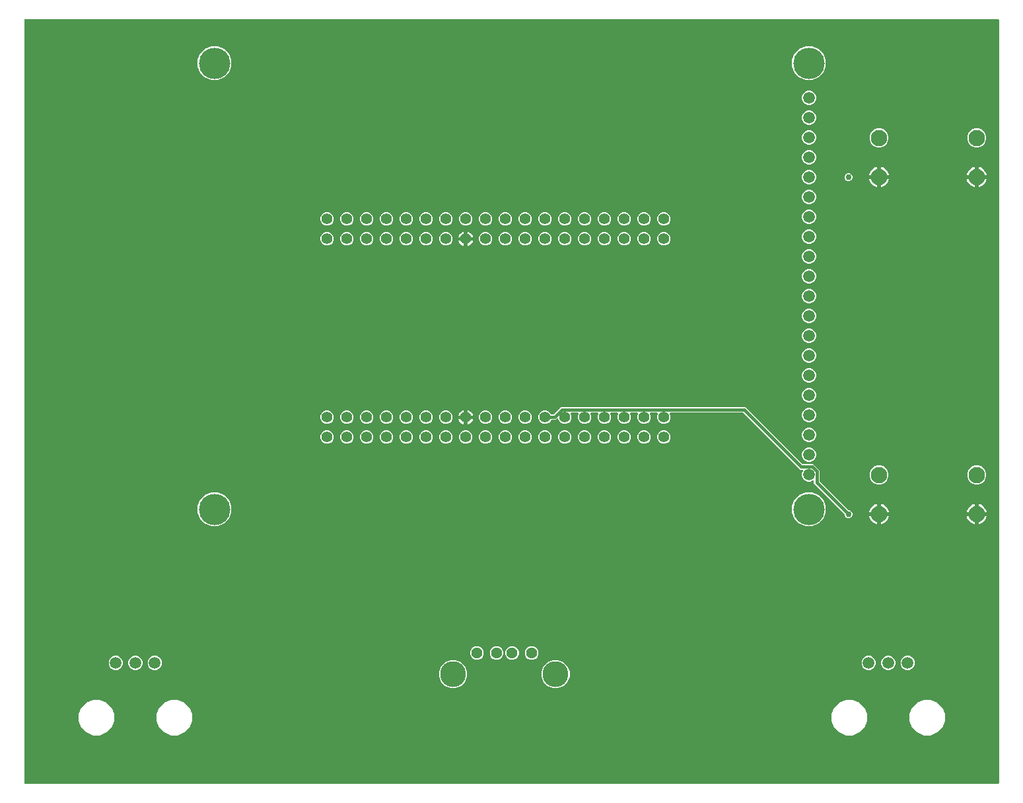
<source format=gbr>
G04 EAGLE Gerber RS-274X export*
G75*
%MOMM*%
%FSLAX34Y34*%
%LPD*%
%INCopper Layer 2*%
%IPPOS*%
%AMOC8*
5,1,8,0,0,1.08239X$1,22.5*%
G01*
%ADD10C,1.428000*%
%ADD11C,3.316000*%
%ADD12C,1.508000*%
%ADD13C,2.100000*%
%ADD14C,4.016000*%
%ADD15C,1.397000*%
%ADD16C,0.756400*%
%ADD17C,0.381000*%

G36*
X1258488Y10176D02*
X1258488Y10176D01*
X1258607Y10183D01*
X1258645Y10196D01*
X1258686Y10201D01*
X1258796Y10244D01*
X1258909Y10281D01*
X1258944Y10303D01*
X1258981Y10318D01*
X1259077Y10387D01*
X1259178Y10451D01*
X1259206Y10481D01*
X1259239Y10504D01*
X1259315Y10596D01*
X1259396Y10683D01*
X1259416Y10718D01*
X1259441Y10749D01*
X1259492Y10857D01*
X1259550Y10961D01*
X1259560Y11001D01*
X1259577Y11037D01*
X1259599Y11154D01*
X1259629Y11269D01*
X1259633Y11329D01*
X1259637Y11349D01*
X1259635Y11370D01*
X1259639Y11430D01*
X1259639Y988570D01*
X1259624Y988688D01*
X1259617Y988807D01*
X1259604Y988845D01*
X1259599Y988886D01*
X1259556Y988996D01*
X1259519Y989109D01*
X1259497Y989144D01*
X1259482Y989181D01*
X1259413Y989277D01*
X1259349Y989378D01*
X1259319Y989406D01*
X1259296Y989439D01*
X1259204Y989515D01*
X1259117Y989596D01*
X1259082Y989616D01*
X1259051Y989641D01*
X1258943Y989692D01*
X1258839Y989750D01*
X1258799Y989760D01*
X1258763Y989777D01*
X1258646Y989799D01*
X1258531Y989829D01*
X1258471Y989833D01*
X1258451Y989837D01*
X1258430Y989835D01*
X1258370Y989839D01*
X11430Y989839D01*
X11312Y989824D01*
X11193Y989817D01*
X11155Y989804D01*
X11114Y989799D01*
X11004Y989756D01*
X10891Y989719D01*
X10856Y989697D01*
X10819Y989682D01*
X10723Y989613D01*
X10622Y989549D01*
X10594Y989519D01*
X10561Y989496D01*
X10485Y989404D01*
X10404Y989317D01*
X10384Y989282D01*
X10359Y989251D01*
X10308Y989143D01*
X10250Y989039D01*
X10240Y988999D01*
X10223Y988963D01*
X10201Y988846D01*
X10171Y988731D01*
X10167Y988671D01*
X10163Y988651D01*
X10165Y988630D01*
X10161Y988570D01*
X10161Y11430D01*
X10176Y11312D01*
X10183Y11193D01*
X10196Y11155D01*
X10201Y11114D01*
X10244Y11004D01*
X10281Y10891D01*
X10303Y10856D01*
X10318Y10819D01*
X10387Y10723D01*
X10451Y10622D01*
X10481Y10594D01*
X10504Y10561D01*
X10596Y10485D01*
X10683Y10404D01*
X10718Y10384D01*
X10749Y10359D01*
X10857Y10308D01*
X10961Y10250D01*
X11001Y10240D01*
X11037Y10223D01*
X11154Y10201D01*
X11269Y10171D01*
X11329Y10167D01*
X11349Y10163D01*
X11370Y10165D01*
X11430Y10161D01*
X1258370Y10161D01*
X1258488Y10176D01*
G37*
%LPC*%
G36*
X1065744Y350293D02*
X1065744Y350293D01*
X1063794Y351101D01*
X1062301Y352594D01*
X1061493Y354544D01*
X1061493Y355531D01*
X1061481Y355629D01*
X1061478Y355728D01*
X1061461Y355786D01*
X1061453Y355846D01*
X1061417Y355938D01*
X1061389Y356033D01*
X1061359Y356086D01*
X1061336Y356142D01*
X1061278Y356222D01*
X1061228Y356307D01*
X1061162Y356383D01*
X1061150Y356399D01*
X1061140Y356407D01*
X1061122Y356428D01*
X1022396Y395153D01*
X1022396Y397338D01*
X1022390Y397388D01*
X1022392Y397437D01*
X1022370Y397545D01*
X1022356Y397654D01*
X1022338Y397700D01*
X1022328Y397749D01*
X1022280Y397847D01*
X1022239Y397949D01*
X1022210Y397990D01*
X1022188Y398034D01*
X1022117Y398118D01*
X1022053Y398207D01*
X1022014Y398239D01*
X1021982Y398276D01*
X1021892Y398340D01*
X1021808Y398410D01*
X1021763Y398431D01*
X1021722Y398459D01*
X1021619Y398498D01*
X1021520Y398545D01*
X1021471Y398554D01*
X1021425Y398572D01*
X1021315Y398584D01*
X1021208Y398605D01*
X1021158Y398602D01*
X1021109Y398607D01*
X1021000Y398592D01*
X1020890Y398585D01*
X1020843Y398570D01*
X1020794Y398563D01*
X1020641Y398511D01*
X1017803Y397335D01*
X1014197Y397335D01*
X1010865Y398715D01*
X1008315Y401265D01*
X1006935Y404597D01*
X1006935Y408203D01*
X1008111Y411041D01*
X1008124Y411089D01*
X1008145Y411134D01*
X1008166Y411242D01*
X1008195Y411348D01*
X1008196Y411398D01*
X1008205Y411447D01*
X1008198Y411556D01*
X1008200Y411666D01*
X1008188Y411714D01*
X1008185Y411764D01*
X1008151Y411868D01*
X1008126Y411975D01*
X1008102Y412019D01*
X1008087Y412066D01*
X1008028Y412159D01*
X1007977Y412256D01*
X1007944Y412293D01*
X1007917Y412335D01*
X1007837Y412410D01*
X1007763Y412492D01*
X1007722Y412519D01*
X1007685Y412553D01*
X1007589Y412606D01*
X1007497Y412666D01*
X1007450Y412683D01*
X1007407Y412707D01*
X1007301Y412734D01*
X1007197Y412770D01*
X1007147Y412774D01*
X1007099Y412786D01*
X1006938Y412796D01*
X1004753Y412796D01*
X932280Y485270D01*
X932202Y485330D01*
X932130Y485398D01*
X932077Y485427D01*
X932029Y485464D01*
X931938Y485504D01*
X931851Y485552D01*
X931793Y485567D01*
X931737Y485591D01*
X931639Y485606D01*
X931543Y485631D01*
X931443Y485637D01*
X931423Y485641D01*
X931411Y485639D01*
X931383Y485641D01*
X838591Y485641D01*
X838542Y485635D01*
X838492Y485637D01*
X838385Y485615D01*
X838275Y485601D01*
X838229Y485583D01*
X838181Y485573D01*
X838082Y485525D01*
X837980Y485484D01*
X837940Y485455D01*
X837895Y485433D01*
X837811Y485362D01*
X837722Y485298D01*
X837691Y485259D01*
X837653Y485227D01*
X837590Y485137D01*
X837520Y485053D01*
X837498Y485008D01*
X837470Y484967D01*
X837431Y484864D01*
X837384Y484765D01*
X837375Y484716D01*
X837357Y484670D01*
X837345Y484560D01*
X837324Y484453D01*
X837327Y484403D01*
X837322Y484354D01*
X837337Y484245D01*
X837344Y484135D01*
X837359Y484088D01*
X837366Y484039D01*
X837418Y483886D01*
X838410Y481493D01*
X838410Y478107D01*
X837114Y474980D01*
X834720Y472586D01*
X831593Y471290D01*
X828207Y471290D01*
X825080Y472586D01*
X822686Y474980D01*
X821390Y478107D01*
X821390Y481493D01*
X822382Y483886D01*
X822395Y483934D01*
X822416Y483979D01*
X822437Y484087D01*
X822466Y484193D01*
X822466Y484243D01*
X822476Y484292D01*
X822469Y484401D01*
X822471Y484511D01*
X822459Y484559D01*
X822456Y484609D01*
X822422Y484713D01*
X822397Y484820D01*
X822373Y484864D01*
X822358Y484911D01*
X822299Y485004D01*
X822248Y485101D01*
X822214Y485138D01*
X822188Y485180D01*
X822108Y485255D01*
X822034Y485337D01*
X821992Y485364D01*
X821956Y485398D01*
X821860Y485451D01*
X821768Y485511D01*
X821721Y485528D01*
X821678Y485552D01*
X821571Y485579D01*
X821467Y485615D01*
X821418Y485619D01*
X821370Y485631D01*
X821209Y485641D01*
X813191Y485641D01*
X813142Y485635D01*
X813092Y485637D01*
X812985Y485615D01*
X812875Y485601D01*
X812829Y485583D01*
X812781Y485573D01*
X812682Y485525D01*
X812580Y485484D01*
X812540Y485455D01*
X812495Y485433D01*
X812411Y485362D01*
X812322Y485298D01*
X812291Y485259D01*
X812253Y485227D01*
X812190Y485137D01*
X812120Y485053D01*
X812098Y485008D01*
X812070Y484967D01*
X812031Y484864D01*
X811984Y484765D01*
X811975Y484716D01*
X811957Y484670D01*
X811945Y484560D01*
X811924Y484453D01*
X811927Y484403D01*
X811922Y484354D01*
X811937Y484245D01*
X811944Y484135D01*
X811959Y484088D01*
X811966Y484039D01*
X812018Y483886D01*
X813010Y481493D01*
X813010Y478107D01*
X811714Y474980D01*
X809320Y472586D01*
X806193Y471290D01*
X802807Y471290D01*
X799680Y472586D01*
X797286Y474980D01*
X795990Y478107D01*
X795990Y481493D01*
X796982Y483886D01*
X796995Y483934D01*
X797016Y483979D01*
X797037Y484087D01*
X797066Y484193D01*
X797066Y484243D01*
X797076Y484292D01*
X797069Y484401D01*
X797071Y484511D01*
X797059Y484559D01*
X797056Y484609D01*
X797022Y484713D01*
X796997Y484820D01*
X796973Y484864D01*
X796958Y484911D01*
X796899Y485004D01*
X796848Y485101D01*
X796814Y485138D01*
X796788Y485180D01*
X796708Y485255D01*
X796634Y485337D01*
X796592Y485364D01*
X796556Y485398D01*
X796460Y485451D01*
X796368Y485511D01*
X796321Y485528D01*
X796278Y485552D01*
X796171Y485579D01*
X796067Y485615D01*
X796018Y485619D01*
X795970Y485631D01*
X795809Y485641D01*
X787791Y485641D01*
X787742Y485635D01*
X787692Y485637D01*
X787585Y485615D01*
X787475Y485601D01*
X787429Y485583D01*
X787381Y485573D01*
X787282Y485525D01*
X787180Y485484D01*
X787140Y485455D01*
X787095Y485433D01*
X787011Y485362D01*
X786922Y485298D01*
X786891Y485259D01*
X786853Y485227D01*
X786790Y485137D01*
X786720Y485053D01*
X786698Y485008D01*
X786670Y484967D01*
X786631Y484864D01*
X786584Y484765D01*
X786575Y484716D01*
X786557Y484670D01*
X786545Y484560D01*
X786524Y484453D01*
X786527Y484403D01*
X786522Y484354D01*
X786537Y484245D01*
X786544Y484135D01*
X786559Y484088D01*
X786566Y484039D01*
X786618Y483886D01*
X787610Y481493D01*
X787610Y478107D01*
X786314Y474980D01*
X783920Y472586D01*
X780793Y471290D01*
X777407Y471290D01*
X774280Y472586D01*
X771886Y474980D01*
X770590Y478107D01*
X770590Y481493D01*
X771582Y483886D01*
X771595Y483934D01*
X771616Y483979D01*
X771637Y484087D01*
X771666Y484193D01*
X771666Y484243D01*
X771676Y484292D01*
X771669Y484401D01*
X771671Y484511D01*
X771659Y484559D01*
X771656Y484609D01*
X771622Y484713D01*
X771597Y484820D01*
X771573Y484864D01*
X771558Y484911D01*
X771499Y485004D01*
X771448Y485101D01*
X771414Y485138D01*
X771388Y485180D01*
X771308Y485255D01*
X771234Y485337D01*
X771192Y485364D01*
X771156Y485398D01*
X771060Y485451D01*
X770968Y485511D01*
X770921Y485528D01*
X770878Y485552D01*
X770771Y485579D01*
X770667Y485615D01*
X770618Y485619D01*
X770570Y485631D01*
X770409Y485641D01*
X762391Y485641D01*
X762342Y485635D01*
X762292Y485637D01*
X762185Y485615D01*
X762075Y485601D01*
X762029Y485583D01*
X761981Y485573D01*
X761882Y485525D01*
X761780Y485484D01*
X761740Y485455D01*
X761695Y485433D01*
X761611Y485362D01*
X761522Y485298D01*
X761491Y485259D01*
X761453Y485227D01*
X761390Y485137D01*
X761320Y485053D01*
X761298Y485008D01*
X761270Y484967D01*
X761231Y484864D01*
X761184Y484765D01*
X761175Y484716D01*
X761157Y484670D01*
X761145Y484560D01*
X761124Y484453D01*
X761127Y484403D01*
X761122Y484354D01*
X761137Y484245D01*
X761144Y484135D01*
X761159Y484088D01*
X761166Y484039D01*
X761218Y483886D01*
X762210Y481493D01*
X762210Y478107D01*
X760914Y474980D01*
X758520Y472586D01*
X755393Y471290D01*
X752007Y471290D01*
X748880Y472586D01*
X746486Y474980D01*
X745190Y478107D01*
X745190Y481493D01*
X746182Y483886D01*
X746195Y483934D01*
X746216Y483979D01*
X746237Y484087D01*
X746266Y484193D01*
X746266Y484243D01*
X746276Y484292D01*
X746269Y484401D01*
X746271Y484511D01*
X746259Y484559D01*
X746256Y484609D01*
X746222Y484713D01*
X746197Y484820D01*
X746173Y484864D01*
X746158Y484911D01*
X746099Y485004D01*
X746048Y485101D01*
X746014Y485138D01*
X745988Y485180D01*
X745908Y485255D01*
X745834Y485337D01*
X745792Y485364D01*
X745756Y485398D01*
X745660Y485451D01*
X745568Y485511D01*
X745521Y485528D01*
X745478Y485552D01*
X745371Y485579D01*
X745267Y485615D01*
X745218Y485619D01*
X745170Y485631D01*
X745009Y485641D01*
X736991Y485641D01*
X736942Y485635D01*
X736892Y485637D01*
X736785Y485615D01*
X736675Y485601D01*
X736629Y485583D01*
X736581Y485573D01*
X736482Y485525D01*
X736380Y485484D01*
X736340Y485455D01*
X736295Y485433D01*
X736211Y485362D01*
X736122Y485298D01*
X736091Y485259D01*
X736053Y485227D01*
X735990Y485137D01*
X735920Y485053D01*
X735898Y485008D01*
X735870Y484967D01*
X735831Y484864D01*
X735784Y484765D01*
X735775Y484716D01*
X735757Y484670D01*
X735745Y484560D01*
X735724Y484453D01*
X735727Y484403D01*
X735722Y484354D01*
X735737Y484245D01*
X735744Y484135D01*
X735759Y484088D01*
X735766Y484039D01*
X735818Y483886D01*
X736810Y481493D01*
X736810Y478107D01*
X735514Y474980D01*
X733120Y472586D01*
X729993Y471290D01*
X726607Y471290D01*
X723480Y472586D01*
X721086Y474980D01*
X719790Y478107D01*
X719790Y481493D01*
X720782Y483886D01*
X720795Y483934D01*
X720816Y483979D01*
X720837Y484087D01*
X720866Y484193D01*
X720866Y484243D01*
X720876Y484292D01*
X720869Y484401D01*
X720871Y484511D01*
X720859Y484559D01*
X720856Y484609D01*
X720822Y484713D01*
X720797Y484820D01*
X720773Y484864D01*
X720758Y484911D01*
X720699Y485004D01*
X720648Y485101D01*
X720614Y485138D01*
X720588Y485180D01*
X720508Y485255D01*
X720434Y485337D01*
X720392Y485364D01*
X720356Y485398D01*
X720260Y485451D01*
X720168Y485511D01*
X720121Y485528D01*
X720078Y485552D01*
X719971Y485579D01*
X719867Y485615D01*
X719818Y485619D01*
X719770Y485631D01*
X719609Y485641D01*
X711591Y485641D01*
X711542Y485635D01*
X711492Y485637D01*
X711385Y485615D01*
X711275Y485601D01*
X711229Y485583D01*
X711181Y485573D01*
X711082Y485525D01*
X710980Y485484D01*
X710940Y485455D01*
X710895Y485433D01*
X710811Y485362D01*
X710722Y485298D01*
X710691Y485259D01*
X710653Y485227D01*
X710590Y485137D01*
X710520Y485053D01*
X710498Y485008D01*
X710470Y484967D01*
X710431Y484864D01*
X710384Y484765D01*
X710375Y484716D01*
X710357Y484670D01*
X710345Y484560D01*
X710324Y484453D01*
X710327Y484403D01*
X710322Y484354D01*
X710337Y484245D01*
X710344Y484135D01*
X710359Y484088D01*
X710366Y484039D01*
X710418Y483886D01*
X711410Y481493D01*
X711410Y478107D01*
X710114Y474980D01*
X707720Y472586D01*
X704593Y471290D01*
X701207Y471290D01*
X698080Y472586D01*
X695686Y474980D01*
X694694Y477373D01*
X694670Y477416D01*
X694653Y477463D01*
X694591Y477554D01*
X694537Y477649D01*
X694502Y477685D01*
X694474Y477726D01*
X694392Y477799D01*
X694316Y477878D01*
X694273Y477904D01*
X694236Y477937D01*
X694138Y477987D01*
X694044Y478044D01*
X693997Y478059D01*
X693953Y478081D01*
X693845Y478105D01*
X693740Y478138D01*
X693691Y478140D01*
X693642Y478151D01*
X693533Y478148D01*
X693423Y478153D01*
X693374Y478143D01*
X693324Y478141D01*
X693219Y478111D01*
X693111Y478089D01*
X693067Y478067D01*
X693019Y478053D01*
X692924Y477997D01*
X692826Y477949D01*
X692788Y477917D01*
X692745Y477891D01*
X692624Y477785D01*
X691209Y476370D01*
X686138Y476370D01*
X686109Y476367D01*
X686080Y476369D01*
X685951Y476347D01*
X685823Y476330D01*
X685795Y476320D01*
X685766Y476315D01*
X685648Y476261D01*
X685527Y476213D01*
X685503Y476196D01*
X685476Y476184D01*
X685375Y476103D01*
X685270Y476027D01*
X685251Y476004D01*
X685228Y475985D01*
X685150Y475882D01*
X685067Y475782D01*
X685054Y475755D01*
X685037Y475731D01*
X684966Y475587D01*
X684714Y474980D01*
X682320Y472586D01*
X679193Y471290D01*
X675807Y471290D01*
X672680Y472586D01*
X670286Y474980D01*
X668990Y478107D01*
X668990Y481493D01*
X670286Y484620D01*
X672680Y487014D01*
X675807Y488310D01*
X679193Y488310D01*
X682320Y487014D01*
X684714Y484620D01*
X684966Y484013D01*
X684980Y483988D01*
X684989Y483960D01*
X685059Y483850D01*
X685123Y483737D01*
X685144Y483716D01*
X685160Y483691D01*
X685254Y483602D01*
X685345Y483509D01*
X685370Y483493D01*
X685391Y483473D01*
X685505Y483410D01*
X685616Y483342D01*
X685644Y483334D01*
X685670Y483319D01*
X685795Y483287D01*
X685920Y483249D01*
X685949Y483247D01*
X685978Y483240D01*
X686138Y483230D01*
X687842Y483230D01*
X687941Y483242D01*
X688040Y483245D01*
X688098Y483262D01*
X688158Y483270D01*
X688250Y483306D01*
X688345Y483334D01*
X688397Y483364D01*
X688454Y483387D01*
X688534Y483445D01*
X688619Y483495D01*
X688694Y483561D01*
X688711Y483573D01*
X688719Y483583D01*
X688740Y483601D01*
X697639Y492501D01*
X934750Y492501D01*
X1007223Y420027D01*
X1007301Y419967D01*
X1007373Y419899D01*
X1007426Y419870D01*
X1007474Y419833D01*
X1007565Y419793D01*
X1007652Y419745D01*
X1007710Y419730D01*
X1007766Y419706D01*
X1007864Y419691D01*
X1007960Y419666D01*
X1008060Y419660D01*
X1008080Y419656D01*
X1008092Y419658D01*
X1008120Y419656D01*
X1021491Y419656D01*
X1029256Y411891D01*
X1029256Y398520D01*
X1029268Y398422D01*
X1029271Y398323D01*
X1029288Y398265D01*
X1029296Y398205D01*
X1029332Y398113D01*
X1029360Y398018D01*
X1029390Y397965D01*
X1029413Y397909D01*
X1029471Y397829D01*
X1029521Y397744D01*
X1029587Y397668D01*
X1029599Y397652D01*
X1029609Y397644D01*
X1029627Y397623D01*
X1065972Y361278D01*
X1066050Y361218D01*
X1066122Y361150D01*
X1066175Y361121D01*
X1066223Y361084D01*
X1066314Y361044D01*
X1066401Y360996D01*
X1066459Y360981D01*
X1066515Y360957D01*
X1066613Y360942D01*
X1066709Y360917D01*
X1066809Y360911D01*
X1066829Y360907D01*
X1066841Y360909D01*
X1066869Y360907D01*
X1067856Y360907D01*
X1069806Y360099D01*
X1071299Y358606D01*
X1072107Y356656D01*
X1072107Y354544D01*
X1071299Y352594D01*
X1069806Y351101D01*
X1067856Y350293D01*
X1065744Y350293D01*
G37*
%LPD*%
%LPC*%
G36*
X97892Y72439D02*
X97892Y72439D01*
X89564Y75889D01*
X83189Y82264D01*
X79739Y90592D01*
X79739Y99608D01*
X83189Y107936D01*
X89564Y114311D01*
X97892Y117761D01*
X106908Y117761D01*
X115236Y114311D01*
X121611Y107936D01*
X125061Y99608D01*
X125061Y90592D01*
X121611Y82264D01*
X115236Y75889D01*
X106908Y72439D01*
X97892Y72439D01*
G37*
%LPD*%
%LPC*%
G36*
X197892Y72439D02*
X197892Y72439D01*
X189564Y75889D01*
X183189Y82264D01*
X179739Y90592D01*
X179739Y99608D01*
X183189Y107936D01*
X189564Y114311D01*
X197892Y117761D01*
X206908Y117761D01*
X215236Y114311D01*
X221611Y107936D01*
X225061Y99608D01*
X225061Y90592D01*
X221611Y82264D01*
X215236Y75889D01*
X206908Y72439D01*
X197892Y72439D01*
G37*
%LPD*%
%LPC*%
G36*
X1163092Y72439D02*
X1163092Y72439D01*
X1154764Y75889D01*
X1148389Y82264D01*
X1144939Y90592D01*
X1144939Y99608D01*
X1148389Y107936D01*
X1154764Y114311D01*
X1163092Y117761D01*
X1172108Y117761D01*
X1180436Y114311D01*
X1186811Y107936D01*
X1190261Y99608D01*
X1190261Y90592D01*
X1186811Y82264D01*
X1180436Y75889D01*
X1172108Y72439D01*
X1163092Y72439D01*
G37*
%LPD*%
%LPC*%
G36*
X1063092Y72439D02*
X1063092Y72439D01*
X1054764Y75889D01*
X1048389Y82264D01*
X1044939Y90592D01*
X1044939Y99608D01*
X1048389Y107936D01*
X1054764Y114311D01*
X1063092Y117761D01*
X1072108Y117761D01*
X1080436Y114311D01*
X1086811Y107936D01*
X1090261Y99608D01*
X1090261Y90592D01*
X1086811Y82264D01*
X1080436Y75889D01*
X1072108Y72439D01*
X1063092Y72439D01*
G37*
%LPD*%
%LPC*%
G36*
X1011703Y911845D02*
X1011703Y911845D01*
X1003762Y915134D01*
X997684Y921212D01*
X994395Y929153D01*
X994395Y937747D01*
X997684Y945688D01*
X1003762Y951766D01*
X1011703Y955055D01*
X1020297Y955055D01*
X1028238Y951766D01*
X1034316Y945688D01*
X1037605Y937747D01*
X1037605Y929153D01*
X1034316Y921212D01*
X1028238Y915134D01*
X1020297Y911845D01*
X1011703Y911845D01*
G37*
%LPD*%
%LPC*%
G36*
X249703Y911845D02*
X249703Y911845D01*
X241762Y915134D01*
X235684Y921212D01*
X232395Y929153D01*
X232395Y937747D01*
X235684Y945688D01*
X241762Y951766D01*
X249703Y955055D01*
X258297Y955055D01*
X266238Y951766D01*
X272316Y945688D01*
X275605Y937747D01*
X275605Y929153D01*
X272316Y921212D01*
X266238Y915134D01*
X258297Y911845D01*
X249703Y911845D01*
G37*
%LPD*%
%LPC*%
G36*
X249703Y340345D02*
X249703Y340345D01*
X241762Y343634D01*
X235684Y349712D01*
X232395Y357653D01*
X232395Y366247D01*
X235684Y374188D01*
X241762Y380266D01*
X249703Y383555D01*
X258297Y383555D01*
X266238Y380266D01*
X272316Y374188D01*
X275605Y366247D01*
X275605Y357653D01*
X272316Y349712D01*
X266238Y343634D01*
X258297Y340345D01*
X249703Y340345D01*
G37*
%LPD*%
%LPC*%
G36*
X1011703Y340345D02*
X1011703Y340345D01*
X1003762Y343634D01*
X997684Y349712D01*
X994395Y357653D01*
X994395Y366247D01*
X997684Y374188D01*
X1003762Y380266D01*
X1011703Y383555D01*
X1020297Y383555D01*
X1028238Y380266D01*
X1034316Y374188D01*
X1037605Y366247D01*
X1037605Y357653D01*
X1034316Y349712D01*
X1028238Y343634D01*
X1020297Y340345D01*
X1011703Y340345D01*
G37*
%LPD*%
%LPC*%
G36*
X556099Y132595D02*
X556099Y132595D01*
X549445Y135352D01*
X544352Y140445D01*
X541595Y147099D01*
X541595Y154301D01*
X544352Y160955D01*
X549445Y166048D01*
X556099Y168805D01*
X563301Y168805D01*
X569955Y166048D01*
X575048Y160955D01*
X577805Y154301D01*
X577805Y147099D01*
X575048Y140445D01*
X569955Y135352D01*
X563301Y132595D01*
X556099Y132595D01*
G37*
%LPD*%
%LPC*%
G36*
X687499Y132595D02*
X687499Y132595D01*
X680845Y135352D01*
X675752Y140445D01*
X672995Y147099D01*
X672995Y154301D01*
X675752Y160955D01*
X680845Y166048D01*
X687499Y168805D01*
X694701Y168805D01*
X701355Y166048D01*
X706448Y160955D01*
X709205Y154301D01*
X709205Y147099D01*
X706448Y140445D01*
X701355Y135352D01*
X694701Y132595D01*
X687499Y132595D01*
G37*
%LPD*%
%LPC*%
G36*
X1228508Y825775D02*
X1228508Y825775D01*
X1224089Y827606D01*
X1220706Y830989D01*
X1218875Y835408D01*
X1218875Y840192D01*
X1220706Y844611D01*
X1224089Y847994D01*
X1228508Y849825D01*
X1233292Y849825D01*
X1237711Y847994D01*
X1241094Y844611D01*
X1242925Y840192D01*
X1242925Y835408D01*
X1241094Y830989D01*
X1237711Y827606D01*
X1233292Y825775D01*
X1228508Y825775D01*
G37*
%LPD*%
%LPC*%
G36*
X1103508Y825775D02*
X1103508Y825775D01*
X1099089Y827606D01*
X1095706Y830989D01*
X1093875Y835408D01*
X1093875Y840192D01*
X1095706Y844611D01*
X1099089Y847994D01*
X1103508Y849825D01*
X1108292Y849825D01*
X1112711Y847994D01*
X1116094Y844611D01*
X1117925Y840192D01*
X1117925Y835408D01*
X1116094Y830989D01*
X1112711Y827606D01*
X1108292Y825775D01*
X1103508Y825775D01*
G37*
%LPD*%
%LPC*%
G36*
X1103508Y393975D02*
X1103508Y393975D01*
X1099089Y395806D01*
X1095706Y399189D01*
X1093875Y403608D01*
X1093875Y408392D01*
X1095706Y412811D01*
X1099089Y416194D01*
X1103508Y418025D01*
X1108292Y418025D01*
X1112711Y416194D01*
X1116094Y412811D01*
X1117925Y408392D01*
X1117925Y403608D01*
X1116094Y399189D01*
X1112711Y395806D01*
X1108292Y393975D01*
X1103508Y393975D01*
G37*
%LPD*%
%LPC*%
G36*
X1228508Y393975D02*
X1228508Y393975D01*
X1224089Y395806D01*
X1220706Y399189D01*
X1218875Y403608D01*
X1218875Y408392D01*
X1220706Y412811D01*
X1224089Y416194D01*
X1228508Y418025D01*
X1233292Y418025D01*
X1237711Y416194D01*
X1241094Y412811D01*
X1242925Y408392D01*
X1242925Y403608D01*
X1241094Y399189D01*
X1237711Y395806D01*
X1233292Y393975D01*
X1228508Y393975D01*
G37*
%LPD*%
%LPC*%
G36*
X1014197Y829135D02*
X1014197Y829135D01*
X1010865Y830515D01*
X1008315Y833065D01*
X1006935Y836397D01*
X1006935Y840003D01*
X1008315Y843335D01*
X1010865Y845885D01*
X1014197Y847265D01*
X1017803Y847265D01*
X1021135Y845885D01*
X1023685Y843335D01*
X1025065Y840003D01*
X1025065Y836397D01*
X1023685Y833065D01*
X1021135Y830515D01*
X1017803Y829135D01*
X1014197Y829135D01*
G37*
%LPD*%
%LPC*%
G36*
X1014197Y803735D02*
X1014197Y803735D01*
X1010865Y805115D01*
X1008315Y807665D01*
X1006935Y810997D01*
X1006935Y814603D01*
X1008315Y817935D01*
X1010865Y820485D01*
X1014197Y821865D01*
X1017803Y821865D01*
X1021135Y820485D01*
X1023685Y817935D01*
X1025065Y814603D01*
X1025065Y810997D01*
X1023685Y807665D01*
X1021135Y805115D01*
X1017803Y803735D01*
X1014197Y803735D01*
G37*
%LPD*%
%LPC*%
G36*
X1014197Y778335D02*
X1014197Y778335D01*
X1010865Y779715D01*
X1008315Y782265D01*
X1006935Y785597D01*
X1006935Y789203D01*
X1008315Y792535D01*
X1010865Y795085D01*
X1014197Y796465D01*
X1017803Y796465D01*
X1021135Y795085D01*
X1023685Y792535D01*
X1025065Y789203D01*
X1025065Y785597D01*
X1023685Y782265D01*
X1021135Y779715D01*
X1017803Y778335D01*
X1014197Y778335D01*
G37*
%LPD*%
%LPC*%
G36*
X1014197Y448135D02*
X1014197Y448135D01*
X1010865Y449515D01*
X1008315Y452065D01*
X1006935Y455397D01*
X1006935Y459003D01*
X1008315Y462335D01*
X1010865Y464885D01*
X1014197Y466265D01*
X1017803Y466265D01*
X1021135Y464885D01*
X1023685Y462335D01*
X1025065Y459003D01*
X1025065Y455397D01*
X1023685Y452065D01*
X1021135Y449515D01*
X1017803Y448135D01*
X1014197Y448135D01*
G37*
%LPD*%
%LPC*%
G36*
X1014197Y422735D02*
X1014197Y422735D01*
X1010865Y424115D01*
X1008315Y426665D01*
X1006935Y429997D01*
X1006935Y433603D01*
X1008315Y436935D01*
X1010865Y439485D01*
X1014197Y440865D01*
X1017803Y440865D01*
X1021135Y439485D01*
X1023685Y436935D01*
X1025065Y433603D01*
X1025065Y429997D01*
X1023685Y426665D01*
X1021135Y424115D01*
X1017803Y422735D01*
X1014197Y422735D01*
G37*
%LPD*%
%LPC*%
G36*
X1014197Y752935D02*
X1014197Y752935D01*
X1010865Y754315D01*
X1008315Y756865D01*
X1006935Y760197D01*
X1006935Y763803D01*
X1008315Y767135D01*
X1010865Y769685D01*
X1014197Y771065D01*
X1017803Y771065D01*
X1021135Y769685D01*
X1023685Y767135D01*
X1025065Y763803D01*
X1025065Y760197D01*
X1023685Y756865D01*
X1021135Y754315D01*
X1017803Y752935D01*
X1014197Y752935D01*
G37*
%LPD*%
%LPC*%
G36*
X1014197Y727535D02*
X1014197Y727535D01*
X1010865Y728915D01*
X1008315Y731465D01*
X1006935Y734797D01*
X1006935Y738403D01*
X1008315Y741735D01*
X1010865Y744285D01*
X1014197Y745665D01*
X1017803Y745665D01*
X1021135Y744285D01*
X1023685Y741735D01*
X1025065Y738403D01*
X1025065Y734797D01*
X1023685Y731465D01*
X1021135Y728915D01*
X1017803Y727535D01*
X1014197Y727535D01*
G37*
%LPD*%
%LPC*%
G36*
X1014197Y498935D02*
X1014197Y498935D01*
X1010865Y500315D01*
X1008315Y502865D01*
X1006935Y506197D01*
X1006935Y509803D01*
X1008315Y513135D01*
X1010865Y515685D01*
X1014197Y517065D01*
X1017803Y517065D01*
X1021135Y515685D01*
X1023685Y513135D01*
X1025065Y509803D01*
X1025065Y506197D01*
X1023685Y502865D01*
X1021135Y500315D01*
X1017803Y498935D01*
X1014197Y498935D01*
G37*
%LPD*%
%LPC*%
G36*
X1014197Y524335D02*
X1014197Y524335D01*
X1010865Y525715D01*
X1008315Y528265D01*
X1006935Y531597D01*
X1006935Y535203D01*
X1008315Y538535D01*
X1010865Y541085D01*
X1014197Y542465D01*
X1017803Y542465D01*
X1021135Y541085D01*
X1023685Y538535D01*
X1025065Y535203D01*
X1025065Y531597D01*
X1023685Y528265D01*
X1021135Y525715D01*
X1017803Y524335D01*
X1014197Y524335D01*
G37*
%LPD*%
%LPC*%
G36*
X1014197Y676735D02*
X1014197Y676735D01*
X1010865Y678115D01*
X1008315Y680665D01*
X1006935Y683997D01*
X1006935Y687603D01*
X1008315Y690935D01*
X1010865Y693485D01*
X1014197Y694865D01*
X1017803Y694865D01*
X1021135Y693485D01*
X1023685Y690935D01*
X1025065Y687603D01*
X1025065Y683997D01*
X1023685Y680665D01*
X1021135Y678115D01*
X1017803Y676735D01*
X1014197Y676735D01*
G37*
%LPD*%
%LPC*%
G36*
X1014197Y651335D02*
X1014197Y651335D01*
X1010865Y652715D01*
X1008315Y655265D01*
X1006935Y658597D01*
X1006935Y662203D01*
X1008315Y665535D01*
X1010865Y668085D01*
X1014197Y669465D01*
X1017803Y669465D01*
X1021135Y668085D01*
X1023685Y665535D01*
X1025065Y662203D01*
X1025065Y658597D01*
X1023685Y655265D01*
X1021135Y652715D01*
X1017803Y651335D01*
X1014197Y651335D01*
G37*
%LPD*%
%LPC*%
G36*
X1014197Y625935D02*
X1014197Y625935D01*
X1010865Y627315D01*
X1008315Y629865D01*
X1006935Y633197D01*
X1006935Y636803D01*
X1008315Y640135D01*
X1010865Y642685D01*
X1014197Y644065D01*
X1017803Y644065D01*
X1021135Y642685D01*
X1023685Y640135D01*
X1025065Y636803D01*
X1025065Y633197D01*
X1023685Y629865D01*
X1021135Y627315D01*
X1017803Y625935D01*
X1014197Y625935D01*
G37*
%LPD*%
%LPC*%
G36*
X1014197Y549735D02*
X1014197Y549735D01*
X1010865Y551115D01*
X1008315Y553665D01*
X1006935Y556997D01*
X1006935Y560603D01*
X1008315Y563935D01*
X1010865Y566485D01*
X1014197Y567865D01*
X1017803Y567865D01*
X1021135Y566485D01*
X1023685Y563935D01*
X1025065Y560603D01*
X1025065Y556997D01*
X1023685Y553665D01*
X1021135Y551115D01*
X1017803Y549735D01*
X1014197Y549735D01*
G37*
%LPD*%
%LPC*%
G36*
X1014197Y702135D02*
X1014197Y702135D01*
X1010865Y703515D01*
X1008315Y706065D01*
X1006935Y709397D01*
X1006935Y713003D01*
X1008315Y716335D01*
X1010865Y718885D01*
X1014197Y720265D01*
X1017803Y720265D01*
X1021135Y718885D01*
X1023685Y716335D01*
X1025065Y713003D01*
X1025065Y709397D01*
X1023685Y706065D01*
X1021135Y703515D01*
X1017803Y702135D01*
X1014197Y702135D01*
G37*
%LPD*%
%LPC*%
G36*
X1014197Y473535D02*
X1014197Y473535D01*
X1010865Y474915D01*
X1008315Y477465D01*
X1006935Y480797D01*
X1006935Y484403D01*
X1008315Y487735D01*
X1010865Y490285D01*
X1014197Y491665D01*
X1017803Y491665D01*
X1021135Y490285D01*
X1023685Y487735D01*
X1025065Y484403D01*
X1025065Y480797D01*
X1023685Y477465D01*
X1021135Y474915D01*
X1017803Y473535D01*
X1014197Y473535D01*
G37*
%LPD*%
%LPC*%
G36*
X1014197Y600535D02*
X1014197Y600535D01*
X1010865Y601915D01*
X1008315Y604465D01*
X1006935Y607797D01*
X1006935Y611403D01*
X1008315Y614735D01*
X1010865Y617285D01*
X1014197Y618665D01*
X1017803Y618665D01*
X1021135Y617285D01*
X1023685Y614735D01*
X1025065Y611403D01*
X1025065Y607797D01*
X1023685Y604465D01*
X1021135Y601915D01*
X1017803Y600535D01*
X1014197Y600535D01*
G37*
%LPD*%
%LPC*%
G36*
X1014197Y575135D02*
X1014197Y575135D01*
X1010865Y576515D01*
X1008315Y579065D01*
X1006935Y582397D01*
X1006935Y586003D01*
X1008315Y589335D01*
X1010865Y591885D01*
X1014197Y593265D01*
X1017803Y593265D01*
X1021135Y591885D01*
X1023685Y589335D01*
X1025065Y586003D01*
X1025065Y582397D01*
X1023685Y579065D01*
X1021135Y576515D01*
X1017803Y575135D01*
X1014197Y575135D01*
G37*
%LPD*%
%LPC*%
G36*
X1115797Y156035D02*
X1115797Y156035D01*
X1112465Y157415D01*
X1109915Y159965D01*
X1108535Y163297D01*
X1108535Y166903D01*
X1109915Y170235D01*
X1112465Y172785D01*
X1115797Y174165D01*
X1119403Y174165D01*
X1122735Y172785D01*
X1125285Y170235D01*
X1126665Y166903D01*
X1126665Y163297D01*
X1125285Y159965D01*
X1122735Y157415D01*
X1119403Y156035D01*
X1115797Y156035D01*
G37*
%LPD*%
%LPC*%
G36*
X1090797Y156035D02*
X1090797Y156035D01*
X1087465Y157415D01*
X1084915Y159965D01*
X1083535Y163297D01*
X1083535Y166903D01*
X1084915Y170235D01*
X1087465Y172785D01*
X1090797Y174165D01*
X1094403Y174165D01*
X1097735Y172785D01*
X1100285Y170235D01*
X1101665Y166903D01*
X1101665Y163297D01*
X1100285Y159965D01*
X1097735Y157415D01*
X1094403Y156035D01*
X1090797Y156035D01*
G37*
%LPD*%
%LPC*%
G36*
X175597Y156035D02*
X175597Y156035D01*
X172265Y157415D01*
X169715Y159965D01*
X168335Y163297D01*
X168335Y166903D01*
X169715Y170235D01*
X172265Y172785D01*
X175597Y174165D01*
X179203Y174165D01*
X182535Y172785D01*
X185085Y170235D01*
X186465Y166903D01*
X186465Y163297D01*
X185085Y159965D01*
X182535Y157415D01*
X179203Y156035D01*
X175597Y156035D01*
G37*
%LPD*%
%LPC*%
G36*
X150597Y156035D02*
X150597Y156035D01*
X147265Y157415D01*
X144715Y159965D01*
X143335Y163297D01*
X143335Y166903D01*
X144715Y170235D01*
X147265Y172785D01*
X150597Y174165D01*
X154203Y174165D01*
X157535Y172785D01*
X160085Y170235D01*
X161465Y166903D01*
X161465Y163297D01*
X160085Y159965D01*
X157535Y157415D01*
X154203Y156035D01*
X150597Y156035D01*
G37*
%LPD*%
%LPC*%
G36*
X1140797Y156035D02*
X1140797Y156035D01*
X1137465Y157415D01*
X1134915Y159965D01*
X1133535Y163297D01*
X1133535Y166903D01*
X1134915Y170235D01*
X1137465Y172785D01*
X1140797Y174165D01*
X1144403Y174165D01*
X1147735Y172785D01*
X1150285Y170235D01*
X1151665Y166903D01*
X1151665Y163297D01*
X1150285Y159965D01*
X1147735Y157415D01*
X1144403Y156035D01*
X1140797Y156035D01*
G37*
%LPD*%
%LPC*%
G36*
X1014197Y879935D02*
X1014197Y879935D01*
X1010865Y881315D01*
X1008315Y883865D01*
X1006935Y887197D01*
X1006935Y890803D01*
X1008315Y894135D01*
X1010865Y896685D01*
X1014197Y898065D01*
X1017803Y898065D01*
X1021135Y896685D01*
X1023685Y894135D01*
X1025065Y890803D01*
X1025065Y887197D01*
X1023685Y883865D01*
X1021135Y881315D01*
X1017803Y879935D01*
X1014197Y879935D01*
G37*
%LPD*%
%LPC*%
G36*
X1014197Y854535D02*
X1014197Y854535D01*
X1010865Y855915D01*
X1008315Y858465D01*
X1006935Y861797D01*
X1006935Y865403D01*
X1008315Y868735D01*
X1010865Y871285D01*
X1014197Y872665D01*
X1017803Y872665D01*
X1021135Y871285D01*
X1023685Y868735D01*
X1025065Y865403D01*
X1025065Y861797D01*
X1023685Y858465D01*
X1021135Y855915D01*
X1017803Y854535D01*
X1014197Y854535D01*
G37*
%LPD*%
%LPC*%
G36*
X125597Y156035D02*
X125597Y156035D01*
X122265Y157415D01*
X119715Y159965D01*
X118335Y163297D01*
X118335Y166903D01*
X119715Y170235D01*
X122265Y172785D01*
X125597Y174165D01*
X129203Y174165D01*
X132535Y172785D01*
X135085Y170235D01*
X136465Y166903D01*
X136465Y163297D01*
X135085Y159965D01*
X132535Y157415D01*
X129203Y156035D01*
X125597Y156035D01*
G37*
%LPD*%
%LPC*%
G36*
X588676Y169135D02*
X588676Y169135D01*
X585492Y170454D01*
X583054Y172892D01*
X581735Y176076D01*
X581735Y179524D01*
X583054Y182708D01*
X585492Y185146D01*
X588676Y186465D01*
X592124Y186465D01*
X595308Y185146D01*
X597746Y182708D01*
X599065Y179524D01*
X599065Y176076D01*
X597746Y172892D01*
X595308Y170454D01*
X592124Y169135D01*
X588676Y169135D01*
G37*
%LPD*%
%LPC*%
G36*
X633676Y169135D02*
X633676Y169135D01*
X630492Y170454D01*
X628054Y172892D01*
X626735Y176076D01*
X626735Y179524D01*
X628054Y182708D01*
X630492Y185146D01*
X633676Y186465D01*
X637124Y186465D01*
X640308Y185146D01*
X642746Y182708D01*
X644065Y179524D01*
X644065Y176076D01*
X642746Y172892D01*
X640308Y170454D01*
X637124Y169135D01*
X633676Y169135D01*
G37*
%LPD*%
%LPC*%
G36*
X658676Y169135D02*
X658676Y169135D01*
X655492Y170454D01*
X653054Y172892D01*
X651735Y176076D01*
X651735Y179524D01*
X653054Y182708D01*
X655492Y185146D01*
X658676Y186465D01*
X662124Y186465D01*
X665308Y185146D01*
X667746Y182708D01*
X669065Y179524D01*
X669065Y176076D01*
X667746Y172892D01*
X665308Y170454D01*
X662124Y169135D01*
X658676Y169135D01*
G37*
%LPD*%
%LPC*%
G36*
X613676Y169135D02*
X613676Y169135D01*
X610492Y170454D01*
X608054Y172892D01*
X606735Y176076D01*
X606735Y179524D01*
X608054Y182708D01*
X610492Y185146D01*
X613676Y186465D01*
X617124Y186465D01*
X620308Y185146D01*
X622746Y182708D01*
X624065Y179524D01*
X624065Y176076D01*
X622746Y172892D01*
X620308Y170454D01*
X617124Y169135D01*
X613676Y169135D01*
G37*
%LPD*%
%LPC*%
G36*
X625007Y725290D02*
X625007Y725290D01*
X621880Y726586D01*
X619486Y728980D01*
X618190Y732107D01*
X618190Y735493D01*
X619486Y738620D01*
X621880Y741014D01*
X625007Y742310D01*
X628393Y742310D01*
X631520Y741014D01*
X633914Y738620D01*
X635210Y735493D01*
X635210Y732107D01*
X633914Y728980D01*
X631520Y726586D01*
X628393Y725290D01*
X625007Y725290D01*
G37*
%LPD*%
%LPC*%
G36*
X574207Y725290D02*
X574207Y725290D01*
X571080Y726586D01*
X568686Y728980D01*
X567390Y732107D01*
X567390Y735493D01*
X568686Y738620D01*
X571080Y741014D01*
X574207Y742310D01*
X577593Y742310D01*
X580720Y741014D01*
X583114Y738620D01*
X584410Y735493D01*
X584410Y732107D01*
X583114Y728980D01*
X580720Y726586D01*
X577593Y725290D01*
X574207Y725290D01*
G37*
%LPD*%
%LPC*%
G36*
X548807Y725290D02*
X548807Y725290D01*
X545680Y726586D01*
X543286Y728980D01*
X541990Y732107D01*
X541990Y735493D01*
X543286Y738620D01*
X545680Y741014D01*
X548807Y742310D01*
X552193Y742310D01*
X555320Y741014D01*
X557714Y738620D01*
X559010Y735493D01*
X559010Y732107D01*
X557714Y728980D01*
X555320Y726586D01*
X552193Y725290D01*
X548807Y725290D01*
G37*
%LPD*%
%LPC*%
G36*
X523407Y725290D02*
X523407Y725290D01*
X520280Y726586D01*
X517886Y728980D01*
X516590Y732107D01*
X516590Y735493D01*
X517886Y738620D01*
X520280Y741014D01*
X523407Y742310D01*
X526793Y742310D01*
X529920Y741014D01*
X532314Y738620D01*
X533610Y735493D01*
X533610Y732107D01*
X532314Y728980D01*
X529920Y726586D01*
X526793Y725290D01*
X523407Y725290D01*
G37*
%LPD*%
%LPC*%
G36*
X498007Y725290D02*
X498007Y725290D01*
X494880Y726586D01*
X492486Y728980D01*
X491190Y732107D01*
X491190Y735493D01*
X492486Y738620D01*
X494880Y741014D01*
X498007Y742310D01*
X501393Y742310D01*
X504520Y741014D01*
X506914Y738620D01*
X508210Y735493D01*
X508210Y732107D01*
X506914Y728980D01*
X504520Y726586D01*
X501393Y725290D01*
X498007Y725290D01*
G37*
%LPD*%
%LPC*%
G36*
X472607Y725290D02*
X472607Y725290D01*
X469480Y726586D01*
X467086Y728980D01*
X465790Y732107D01*
X465790Y735493D01*
X467086Y738620D01*
X469480Y741014D01*
X472607Y742310D01*
X475993Y742310D01*
X479120Y741014D01*
X481514Y738620D01*
X482810Y735493D01*
X482810Y732107D01*
X481514Y728980D01*
X479120Y726586D01*
X475993Y725290D01*
X472607Y725290D01*
G37*
%LPD*%
%LPC*%
G36*
X447207Y725290D02*
X447207Y725290D01*
X444080Y726586D01*
X441686Y728980D01*
X440390Y732107D01*
X440390Y735493D01*
X441686Y738620D01*
X444080Y741014D01*
X447207Y742310D01*
X450593Y742310D01*
X453720Y741014D01*
X456114Y738620D01*
X457410Y735493D01*
X457410Y732107D01*
X456114Y728980D01*
X453720Y726586D01*
X450593Y725290D01*
X447207Y725290D01*
G37*
%LPD*%
%LPC*%
G36*
X498007Y699890D02*
X498007Y699890D01*
X494880Y701186D01*
X492486Y703580D01*
X491190Y706707D01*
X491190Y710093D01*
X492486Y713220D01*
X494880Y715614D01*
X498007Y716910D01*
X501393Y716910D01*
X504520Y715614D01*
X506914Y713220D01*
X508210Y710093D01*
X508210Y706707D01*
X506914Y703580D01*
X504520Y701186D01*
X501393Y699890D01*
X498007Y699890D01*
G37*
%LPD*%
%LPC*%
G36*
X472607Y699890D02*
X472607Y699890D01*
X469480Y701186D01*
X467086Y703580D01*
X465790Y706707D01*
X465790Y710093D01*
X467086Y713220D01*
X469480Y715614D01*
X472607Y716910D01*
X475993Y716910D01*
X479120Y715614D01*
X481514Y713220D01*
X482810Y710093D01*
X482810Y706707D01*
X481514Y703580D01*
X479120Y701186D01*
X475993Y699890D01*
X472607Y699890D01*
G37*
%LPD*%
%LPC*%
G36*
X828207Y699890D02*
X828207Y699890D01*
X825080Y701186D01*
X822686Y703580D01*
X821390Y706707D01*
X821390Y710093D01*
X822686Y713220D01*
X825080Y715614D01*
X828207Y716910D01*
X831593Y716910D01*
X834720Y715614D01*
X837114Y713220D01*
X838410Y710093D01*
X838410Y706707D01*
X837114Y703580D01*
X834720Y701186D01*
X831593Y699890D01*
X828207Y699890D01*
G37*
%LPD*%
%LPC*%
G36*
X802807Y699890D02*
X802807Y699890D01*
X799680Y701186D01*
X797286Y703580D01*
X795990Y706707D01*
X795990Y710093D01*
X797286Y713220D01*
X799680Y715614D01*
X802807Y716910D01*
X806193Y716910D01*
X809320Y715614D01*
X811714Y713220D01*
X813010Y710093D01*
X813010Y706707D01*
X811714Y703580D01*
X809320Y701186D01*
X806193Y699890D01*
X802807Y699890D01*
G37*
%LPD*%
%LPC*%
G36*
X777407Y699890D02*
X777407Y699890D01*
X774280Y701186D01*
X771886Y703580D01*
X770590Y706707D01*
X770590Y710093D01*
X771886Y713220D01*
X774280Y715614D01*
X777407Y716910D01*
X780793Y716910D01*
X783920Y715614D01*
X786314Y713220D01*
X787610Y710093D01*
X787610Y706707D01*
X786314Y703580D01*
X783920Y701186D01*
X780793Y699890D01*
X777407Y699890D01*
G37*
%LPD*%
%LPC*%
G36*
X752007Y699890D02*
X752007Y699890D01*
X748880Y701186D01*
X746486Y703580D01*
X745190Y706707D01*
X745190Y710093D01*
X746486Y713220D01*
X748880Y715614D01*
X752007Y716910D01*
X755393Y716910D01*
X758520Y715614D01*
X760914Y713220D01*
X762210Y710093D01*
X762210Y706707D01*
X760914Y703580D01*
X758520Y701186D01*
X755393Y699890D01*
X752007Y699890D01*
G37*
%LPD*%
%LPC*%
G36*
X726607Y699890D02*
X726607Y699890D01*
X723480Y701186D01*
X721086Y703580D01*
X719790Y706707D01*
X719790Y710093D01*
X721086Y713220D01*
X723480Y715614D01*
X726607Y716910D01*
X729993Y716910D01*
X733120Y715614D01*
X735514Y713220D01*
X736810Y710093D01*
X736810Y706707D01*
X735514Y703580D01*
X733120Y701186D01*
X729993Y699890D01*
X726607Y699890D01*
G37*
%LPD*%
%LPC*%
G36*
X675807Y699890D02*
X675807Y699890D01*
X672680Y701186D01*
X670286Y703580D01*
X668990Y706707D01*
X668990Y710093D01*
X670286Y713220D01*
X672680Y715614D01*
X675807Y716910D01*
X679193Y716910D01*
X682320Y715614D01*
X684714Y713220D01*
X686010Y710093D01*
X686010Y706707D01*
X684714Y703580D01*
X682320Y701186D01*
X679193Y699890D01*
X675807Y699890D01*
G37*
%LPD*%
%LPC*%
G36*
X650407Y699890D02*
X650407Y699890D01*
X647280Y701186D01*
X644886Y703580D01*
X643590Y706707D01*
X643590Y710093D01*
X644886Y713220D01*
X647280Y715614D01*
X650407Y716910D01*
X653793Y716910D01*
X656920Y715614D01*
X659314Y713220D01*
X660610Y710093D01*
X660610Y706707D01*
X659314Y703580D01*
X656920Y701186D01*
X653793Y699890D01*
X650407Y699890D01*
G37*
%LPD*%
%LPC*%
G36*
X625007Y699890D02*
X625007Y699890D01*
X621880Y701186D01*
X619486Y703580D01*
X618190Y706707D01*
X618190Y710093D01*
X619486Y713220D01*
X621880Y715614D01*
X625007Y716910D01*
X628393Y716910D01*
X631520Y715614D01*
X633914Y713220D01*
X635210Y710093D01*
X635210Y706707D01*
X633914Y703580D01*
X631520Y701186D01*
X628393Y699890D01*
X625007Y699890D01*
G37*
%LPD*%
%LPC*%
G36*
X599607Y699890D02*
X599607Y699890D01*
X596480Y701186D01*
X594086Y703580D01*
X592790Y706707D01*
X592790Y710093D01*
X594086Y713220D01*
X596480Y715614D01*
X599607Y716910D01*
X602993Y716910D01*
X606120Y715614D01*
X608514Y713220D01*
X609810Y710093D01*
X609810Y706707D01*
X608514Y703580D01*
X606120Y701186D01*
X602993Y699890D01*
X599607Y699890D01*
G37*
%LPD*%
%LPC*%
G36*
X548807Y699890D02*
X548807Y699890D01*
X545680Y701186D01*
X543286Y703580D01*
X541990Y706707D01*
X541990Y710093D01*
X543286Y713220D01*
X545680Y715614D01*
X548807Y716910D01*
X552193Y716910D01*
X555320Y715614D01*
X557714Y713220D01*
X559010Y710093D01*
X559010Y706707D01*
X557714Y703580D01*
X555320Y701186D01*
X552193Y699890D01*
X548807Y699890D01*
G37*
%LPD*%
%LPC*%
G36*
X523407Y699890D02*
X523407Y699890D01*
X520280Y701186D01*
X517886Y703580D01*
X516590Y706707D01*
X516590Y710093D01*
X517886Y713220D01*
X520280Y715614D01*
X523407Y716910D01*
X526793Y716910D01*
X529920Y715614D01*
X532314Y713220D01*
X533610Y710093D01*
X533610Y706707D01*
X532314Y703580D01*
X529920Y701186D01*
X526793Y699890D01*
X523407Y699890D01*
G37*
%LPD*%
%LPC*%
G36*
X447207Y699890D02*
X447207Y699890D01*
X444080Y701186D01*
X441686Y703580D01*
X440390Y706707D01*
X440390Y710093D01*
X441686Y713220D01*
X444080Y715614D01*
X447207Y716910D01*
X450593Y716910D01*
X453720Y715614D01*
X456114Y713220D01*
X457410Y710093D01*
X457410Y706707D01*
X456114Y703580D01*
X453720Y701186D01*
X450593Y699890D01*
X447207Y699890D01*
G37*
%LPD*%
%LPC*%
G36*
X421807Y699890D02*
X421807Y699890D01*
X418680Y701186D01*
X416286Y703580D01*
X414990Y706707D01*
X414990Y710093D01*
X416286Y713220D01*
X418680Y715614D01*
X421807Y716910D01*
X425193Y716910D01*
X428320Y715614D01*
X430714Y713220D01*
X432010Y710093D01*
X432010Y706707D01*
X430714Y703580D01*
X428320Y701186D01*
X425193Y699890D01*
X421807Y699890D01*
G37*
%LPD*%
%LPC*%
G36*
X396407Y699890D02*
X396407Y699890D01*
X393280Y701186D01*
X390886Y703580D01*
X389590Y706707D01*
X389590Y710093D01*
X390886Y713220D01*
X393280Y715614D01*
X396407Y716910D01*
X399793Y716910D01*
X402920Y715614D01*
X405314Y713220D01*
X406610Y710093D01*
X406610Y706707D01*
X405314Y703580D01*
X402920Y701186D01*
X399793Y699890D01*
X396407Y699890D01*
G37*
%LPD*%
%LPC*%
G36*
X701207Y699890D02*
X701207Y699890D01*
X698080Y701186D01*
X695686Y703580D01*
X694390Y706707D01*
X694390Y710093D01*
X695686Y713220D01*
X698080Y715614D01*
X701207Y716910D01*
X704593Y716910D01*
X707720Y715614D01*
X710114Y713220D01*
X711410Y710093D01*
X711410Y706707D01*
X710114Y703580D01*
X707720Y701186D01*
X704593Y699890D01*
X701207Y699890D01*
G37*
%LPD*%
%LPC*%
G36*
X625007Y471290D02*
X625007Y471290D01*
X621880Y472586D01*
X619486Y474980D01*
X618190Y478107D01*
X618190Y481493D01*
X619486Y484620D01*
X621880Y487014D01*
X625007Y488310D01*
X628393Y488310D01*
X631520Y487014D01*
X633914Y484620D01*
X635210Y481493D01*
X635210Y478107D01*
X633914Y474980D01*
X631520Y472586D01*
X628393Y471290D01*
X625007Y471290D01*
G37*
%LPD*%
%LPC*%
G36*
X548807Y471290D02*
X548807Y471290D01*
X545680Y472586D01*
X543286Y474980D01*
X541990Y478107D01*
X541990Y481493D01*
X543286Y484620D01*
X545680Y487014D01*
X548807Y488310D01*
X552193Y488310D01*
X555320Y487014D01*
X557714Y484620D01*
X559010Y481493D01*
X559010Y478107D01*
X557714Y474980D01*
X555320Y472586D01*
X552193Y471290D01*
X548807Y471290D01*
G37*
%LPD*%
%LPC*%
G36*
X523407Y471290D02*
X523407Y471290D01*
X520280Y472586D01*
X517886Y474980D01*
X516590Y478107D01*
X516590Y481493D01*
X517886Y484620D01*
X520280Y487014D01*
X523407Y488310D01*
X526793Y488310D01*
X529920Y487014D01*
X532314Y484620D01*
X533610Y481493D01*
X533610Y478107D01*
X532314Y474980D01*
X529920Y472586D01*
X526793Y471290D01*
X523407Y471290D01*
G37*
%LPD*%
%LPC*%
G36*
X498007Y471290D02*
X498007Y471290D01*
X494880Y472586D01*
X492486Y474980D01*
X491190Y478107D01*
X491190Y481493D01*
X492486Y484620D01*
X494880Y487014D01*
X498007Y488310D01*
X501393Y488310D01*
X504520Y487014D01*
X506914Y484620D01*
X508210Y481493D01*
X508210Y478107D01*
X506914Y474980D01*
X504520Y472586D01*
X501393Y471290D01*
X498007Y471290D01*
G37*
%LPD*%
%LPC*%
G36*
X421807Y471290D02*
X421807Y471290D01*
X418680Y472586D01*
X416286Y474980D01*
X414990Y478107D01*
X414990Y481493D01*
X416286Y484620D01*
X418680Y487014D01*
X421807Y488310D01*
X425193Y488310D01*
X428320Y487014D01*
X430714Y484620D01*
X432010Y481493D01*
X432010Y478107D01*
X430714Y474980D01*
X428320Y472586D01*
X425193Y471290D01*
X421807Y471290D01*
G37*
%LPD*%
%LPC*%
G36*
X472607Y471290D02*
X472607Y471290D01*
X469480Y472586D01*
X467086Y474980D01*
X465790Y478107D01*
X465790Y481493D01*
X467086Y484620D01*
X469480Y487014D01*
X472607Y488310D01*
X475993Y488310D01*
X479120Y487014D01*
X481514Y484620D01*
X482810Y481493D01*
X482810Y478107D01*
X481514Y474980D01*
X479120Y472586D01*
X475993Y471290D01*
X472607Y471290D01*
G37*
%LPD*%
%LPC*%
G36*
X447207Y471290D02*
X447207Y471290D01*
X444080Y472586D01*
X441686Y474980D01*
X440390Y478107D01*
X440390Y481493D01*
X441686Y484620D01*
X444080Y487014D01*
X447207Y488310D01*
X450593Y488310D01*
X453720Y487014D01*
X456114Y484620D01*
X457410Y481493D01*
X457410Y478107D01*
X456114Y474980D01*
X453720Y472586D01*
X450593Y471290D01*
X447207Y471290D01*
G37*
%LPD*%
%LPC*%
G36*
X396407Y471290D02*
X396407Y471290D01*
X393280Y472586D01*
X390886Y474980D01*
X389590Y478107D01*
X389590Y481493D01*
X390886Y484620D01*
X393280Y487014D01*
X396407Y488310D01*
X399793Y488310D01*
X402920Y487014D01*
X405314Y484620D01*
X406610Y481493D01*
X406610Y478107D01*
X405314Y474980D01*
X402920Y472586D01*
X399793Y471290D01*
X396407Y471290D01*
G37*
%LPD*%
%LPC*%
G36*
X599607Y471290D02*
X599607Y471290D01*
X596480Y472586D01*
X594086Y474980D01*
X592790Y478107D01*
X592790Y481493D01*
X594086Y484620D01*
X596480Y487014D01*
X599607Y488310D01*
X602993Y488310D01*
X606120Y487014D01*
X608514Y484620D01*
X609810Y481493D01*
X609810Y478107D01*
X608514Y474980D01*
X606120Y472586D01*
X602993Y471290D01*
X599607Y471290D01*
G37*
%LPD*%
%LPC*%
G36*
X650407Y471290D02*
X650407Y471290D01*
X647280Y472586D01*
X644886Y474980D01*
X643590Y478107D01*
X643590Y481493D01*
X644886Y484620D01*
X647280Y487014D01*
X650407Y488310D01*
X653793Y488310D01*
X656920Y487014D01*
X659314Y484620D01*
X660610Y481493D01*
X660610Y478107D01*
X659314Y474980D01*
X656920Y472586D01*
X653793Y471290D01*
X650407Y471290D01*
G37*
%LPD*%
%LPC*%
G36*
X625007Y445890D02*
X625007Y445890D01*
X621880Y447186D01*
X619486Y449580D01*
X618190Y452707D01*
X618190Y456093D01*
X619486Y459220D01*
X621880Y461614D01*
X625007Y462910D01*
X628393Y462910D01*
X631520Y461614D01*
X633914Y459220D01*
X635210Y456093D01*
X635210Y452707D01*
X633914Y449580D01*
X631520Y447186D01*
X628393Y445890D01*
X625007Y445890D01*
G37*
%LPD*%
%LPC*%
G36*
X599607Y445890D02*
X599607Y445890D01*
X596480Y447186D01*
X594086Y449580D01*
X592790Y452707D01*
X592790Y456093D01*
X594086Y459220D01*
X596480Y461614D01*
X599607Y462910D01*
X602993Y462910D01*
X606120Y461614D01*
X608514Y459220D01*
X609810Y456093D01*
X609810Y452707D01*
X608514Y449580D01*
X606120Y447186D01*
X602993Y445890D01*
X599607Y445890D01*
G37*
%LPD*%
%LPC*%
G36*
X574207Y445890D02*
X574207Y445890D01*
X571080Y447186D01*
X568686Y449580D01*
X567390Y452707D01*
X567390Y456093D01*
X568686Y459220D01*
X571080Y461614D01*
X574207Y462910D01*
X577593Y462910D01*
X580720Y461614D01*
X583114Y459220D01*
X584410Y456093D01*
X584410Y452707D01*
X583114Y449580D01*
X580720Y447186D01*
X577593Y445890D01*
X574207Y445890D01*
G37*
%LPD*%
%LPC*%
G36*
X548807Y445890D02*
X548807Y445890D01*
X545680Y447186D01*
X543286Y449580D01*
X541990Y452707D01*
X541990Y456093D01*
X543286Y459220D01*
X545680Y461614D01*
X548807Y462910D01*
X552193Y462910D01*
X555320Y461614D01*
X557714Y459220D01*
X559010Y456093D01*
X559010Y452707D01*
X557714Y449580D01*
X555320Y447186D01*
X552193Y445890D01*
X548807Y445890D01*
G37*
%LPD*%
%LPC*%
G36*
X523407Y445890D02*
X523407Y445890D01*
X520280Y447186D01*
X517886Y449580D01*
X516590Y452707D01*
X516590Y456093D01*
X517886Y459220D01*
X520280Y461614D01*
X523407Y462910D01*
X526793Y462910D01*
X529920Y461614D01*
X532314Y459220D01*
X533610Y456093D01*
X533610Y452707D01*
X532314Y449580D01*
X529920Y447186D01*
X526793Y445890D01*
X523407Y445890D01*
G37*
%LPD*%
%LPC*%
G36*
X498007Y445890D02*
X498007Y445890D01*
X494880Y447186D01*
X492486Y449580D01*
X491190Y452707D01*
X491190Y456093D01*
X492486Y459220D01*
X494880Y461614D01*
X498007Y462910D01*
X501393Y462910D01*
X504520Y461614D01*
X506914Y459220D01*
X508210Y456093D01*
X508210Y452707D01*
X506914Y449580D01*
X504520Y447186D01*
X501393Y445890D01*
X498007Y445890D01*
G37*
%LPD*%
%LPC*%
G36*
X472607Y445890D02*
X472607Y445890D01*
X469480Y447186D01*
X467086Y449580D01*
X465790Y452707D01*
X465790Y456093D01*
X467086Y459220D01*
X469480Y461614D01*
X472607Y462910D01*
X475993Y462910D01*
X479120Y461614D01*
X481514Y459220D01*
X482810Y456093D01*
X482810Y452707D01*
X481514Y449580D01*
X479120Y447186D01*
X475993Y445890D01*
X472607Y445890D01*
G37*
%LPD*%
%LPC*%
G36*
X447207Y445890D02*
X447207Y445890D01*
X444080Y447186D01*
X441686Y449580D01*
X440390Y452707D01*
X440390Y456093D01*
X441686Y459220D01*
X444080Y461614D01*
X447207Y462910D01*
X450593Y462910D01*
X453720Y461614D01*
X456114Y459220D01*
X457410Y456093D01*
X457410Y452707D01*
X456114Y449580D01*
X453720Y447186D01*
X450593Y445890D01*
X447207Y445890D01*
G37*
%LPD*%
%LPC*%
G36*
X421807Y445890D02*
X421807Y445890D01*
X418680Y447186D01*
X416286Y449580D01*
X414990Y452707D01*
X414990Y456093D01*
X416286Y459220D01*
X418680Y461614D01*
X421807Y462910D01*
X425193Y462910D01*
X428320Y461614D01*
X430714Y459220D01*
X432010Y456093D01*
X432010Y452707D01*
X430714Y449580D01*
X428320Y447186D01*
X425193Y445890D01*
X421807Y445890D01*
G37*
%LPD*%
%LPC*%
G36*
X396407Y445890D02*
X396407Y445890D01*
X393280Y447186D01*
X390886Y449580D01*
X389590Y452707D01*
X389590Y456093D01*
X390886Y459220D01*
X393280Y461614D01*
X396407Y462910D01*
X399793Y462910D01*
X402920Y461614D01*
X405314Y459220D01*
X406610Y456093D01*
X406610Y452707D01*
X405314Y449580D01*
X402920Y447186D01*
X399793Y445890D01*
X396407Y445890D01*
G37*
%LPD*%
%LPC*%
G36*
X828207Y445890D02*
X828207Y445890D01*
X825080Y447186D01*
X822686Y449580D01*
X821390Y452707D01*
X821390Y456093D01*
X822686Y459220D01*
X825080Y461614D01*
X828207Y462910D01*
X831593Y462910D01*
X834720Y461614D01*
X837114Y459220D01*
X838410Y456093D01*
X838410Y452707D01*
X837114Y449580D01*
X834720Y447186D01*
X831593Y445890D01*
X828207Y445890D01*
G37*
%LPD*%
%LPC*%
G36*
X802807Y445890D02*
X802807Y445890D01*
X799680Y447186D01*
X797286Y449580D01*
X795990Y452707D01*
X795990Y456093D01*
X797286Y459220D01*
X799680Y461614D01*
X802807Y462910D01*
X806193Y462910D01*
X809320Y461614D01*
X811714Y459220D01*
X813010Y456093D01*
X813010Y452707D01*
X811714Y449580D01*
X809320Y447186D01*
X806193Y445890D01*
X802807Y445890D01*
G37*
%LPD*%
%LPC*%
G36*
X777407Y445890D02*
X777407Y445890D01*
X774280Y447186D01*
X771886Y449580D01*
X770590Y452707D01*
X770590Y456093D01*
X771886Y459220D01*
X774280Y461614D01*
X777407Y462910D01*
X780793Y462910D01*
X783920Y461614D01*
X786314Y459220D01*
X787610Y456093D01*
X787610Y452707D01*
X786314Y449580D01*
X783920Y447186D01*
X780793Y445890D01*
X777407Y445890D01*
G37*
%LPD*%
%LPC*%
G36*
X752007Y445890D02*
X752007Y445890D01*
X748880Y447186D01*
X746486Y449580D01*
X745190Y452707D01*
X745190Y456093D01*
X746486Y459220D01*
X748880Y461614D01*
X752007Y462910D01*
X755393Y462910D01*
X758520Y461614D01*
X760914Y459220D01*
X762210Y456093D01*
X762210Y452707D01*
X760914Y449580D01*
X758520Y447186D01*
X755393Y445890D01*
X752007Y445890D01*
G37*
%LPD*%
%LPC*%
G36*
X701207Y445890D02*
X701207Y445890D01*
X698080Y447186D01*
X695686Y449580D01*
X694390Y452707D01*
X694390Y456093D01*
X695686Y459220D01*
X698080Y461614D01*
X701207Y462910D01*
X704593Y462910D01*
X707720Y461614D01*
X710114Y459220D01*
X711410Y456093D01*
X711410Y452707D01*
X710114Y449580D01*
X707720Y447186D01*
X704593Y445890D01*
X701207Y445890D01*
G37*
%LPD*%
%LPC*%
G36*
X675807Y445890D02*
X675807Y445890D01*
X672680Y447186D01*
X670286Y449580D01*
X668990Y452707D01*
X668990Y456093D01*
X670286Y459220D01*
X672680Y461614D01*
X675807Y462910D01*
X679193Y462910D01*
X682320Y461614D01*
X684714Y459220D01*
X686010Y456093D01*
X686010Y452707D01*
X684714Y449580D01*
X682320Y447186D01*
X679193Y445890D01*
X675807Y445890D01*
G37*
%LPD*%
%LPC*%
G36*
X650407Y445890D02*
X650407Y445890D01*
X647280Y447186D01*
X644886Y449580D01*
X643590Y452707D01*
X643590Y456093D01*
X644886Y459220D01*
X647280Y461614D01*
X650407Y462910D01*
X653793Y462910D01*
X656920Y461614D01*
X659314Y459220D01*
X660610Y456093D01*
X660610Y452707D01*
X659314Y449580D01*
X656920Y447186D01*
X653793Y445890D01*
X650407Y445890D01*
G37*
%LPD*%
%LPC*%
G36*
X726607Y445890D02*
X726607Y445890D01*
X723480Y447186D01*
X721086Y449580D01*
X719790Y452707D01*
X719790Y456093D01*
X721086Y459220D01*
X723480Y461614D01*
X726607Y462910D01*
X729993Y462910D01*
X733120Y461614D01*
X735514Y459220D01*
X736810Y456093D01*
X736810Y452707D01*
X735514Y449580D01*
X733120Y447186D01*
X729993Y445890D01*
X726607Y445890D01*
G37*
%LPD*%
%LPC*%
G36*
X599607Y725290D02*
X599607Y725290D01*
X596480Y726586D01*
X594086Y728980D01*
X592790Y732107D01*
X592790Y735493D01*
X594086Y738620D01*
X596480Y741014D01*
X599607Y742310D01*
X602993Y742310D01*
X606120Y741014D01*
X608514Y738620D01*
X609810Y735493D01*
X609810Y732107D01*
X608514Y728980D01*
X606120Y726586D01*
X602993Y725290D01*
X599607Y725290D01*
G37*
%LPD*%
%LPC*%
G36*
X421807Y725290D02*
X421807Y725290D01*
X418680Y726586D01*
X416286Y728980D01*
X414990Y732107D01*
X414990Y735493D01*
X416286Y738620D01*
X418680Y741014D01*
X421807Y742310D01*
X425193Y742310D01*
X428320Y741014D01*
X430714Y738620D01*
X432010Y735493D01*
X432010Y732107D01*
X430714Y728980D01*
X428320Y726586D01*
X425193Y725290D01*
X421807Y725290D01*
G37*
%LPD*%
%LPC*%
G36*
X396407Y725290D02*
X396407Y725290D01*
X393280Y726586D01*
X390886Y728980D01*
X389590Y732107D01*
X389590Y735493D01*
X390886Y738620D01*
X393280Y741014D01*
X396407Y742310D01*
X399793Y742310D01*
X402920Y741014D01*
X405314Y738620D01*
X406610Y735493D01*
X406610Y732107D01*
X405314Y728980D01*
X402920Y726586D01*
X399793Y725290D01*
X396407Y725290D01*
G37*
%LPD*%
%LPC*%
G36*
X828207Y725290D02*
X828207Y725290D01*
X825080Y726586D01*
X822686Y728980D01*
X821390Y732107D01*
X821390Y735493D01*
X822686Y738620D01*
X825080Y741014D01*
X828207Y742310D01*
X831593Y742310D01*
X834720Y741014D01*
X837114Y738620D01*
X838410Y735493D01*
X838410Y732107D01*
X837114Y728980D01*
X834720Y726586D01*
X831593Y725290D01*
X828207Y725290D01*
G37*
%LPD*%
%LPC*%
G36*
X802807Y725290D02*
X802807Y725290D01*
X799680Y726586D01*
X797286Y728980D01*
X795990Y732107D01*
X795990Y735493D01*
X797286Y738620D01*
X799680Y741014D01*
X802807Y742310D01*
X806193Y742310D01*
X809320Y741014D01*
X811714Y738620D01*
X813010Y735493D01*
X813010Y732107D01*
X811714Y728980D01*
X809320Y726586D01*
X806193Y725290D01*
X802807Y725290D01*
G37*
%LPD*%
%LPC*%
G36*
X777407Y725290D02*
X777407Y725290D01*
X774280Y726586D01*
X771886Y728980D01*
X770590Y732107D01*
X770590Y735493D01*
X771886Y738620D01*
X774280Y741014D01*
X777407Y742310D01*
X780793Y742310D01*
X783920Y741014D01*
X786314Y738620D01*
X787610Y735493D01*
X787610Y732107D01*
X786314Y728980D01*
X783920Y726586D01*
X780793Y725290D01*
X777407Y725290D01*
G37*
%LPD*%
%LPC*%
G36*
X752007Y725290D02*
X752007Y725290D01*
X748880Y726586D01*
X746486Y728980D01*
X745190Y732107D01*
X745190Y735493D01*
X746486Y738620D01*
X748880Y741014D01*
X752007Y742310D01*
X755393Y742310D01*
X758520Y741014D01*
X760914Y738620D01*
X762210Y735493D01*
X762210Y732107D01*
X760914Y728980D01*
X758520Y726586D01*
X755393Y725290D01*
X752007Y725290D01*
G37*
%LPD*%
%LPC*%
G36*
X726607Y725290D02*
X726607Y725290D01*
X723480Y726586D01*
X721086Y728980D01*
X719790Y732107D01*
X719790Y735493D01*
X721086Y738620D01*
X723480Y741014D01*
X726607Y742310D01*
X729993Y742310D01*
X733120Y741014D01*
X735514Y738620D01*
X736810Y735493D01*
X736810Y732107D01*
X735514Y728980D01*
X733120Y726586D01*
X729993Y725290D01*
X726607Y725290D01*
G37*
%LPD*%
%LPC*%
G36*
X701207Y725290D02*
X701207Y725290D01*
X698080Y726586D01*
X695686Y728980D01*
X694390Y732107D01*
X694390Y735493D01*
X695686Y738620D01*
X698080Y741014D01*
X701207Y742310D01*
X704593Y742310D01*
X707720Y741014D01*
X710114Y738620D01*
X711410Y735493D01*
X711410Y732107D01*
X710114Y728980D01*
X707720Y726586D01*
X704593Y725290D01*
X701207Y725290D01*
G37*
%LPD*%
%LPC*%
G36*
X675807Y725290D02*
X675807Y725290D01*
X672680Y726586D01*
X670286Y728980D01*
X668990Y732107D01*
X668990Y735493D01*
X670286Y738620D01*
X672680Y741014D01*
X675807Y742310D01*
X679193Y742310D01*
X682320Y741014D01*
X684714Y738620D01*
X686010Y735493D01*
X686010Y732107D01*
X684714Y728980D01*
X682320Y726586D01*
X679193Y725290D01*
X675807Y725290D01*
G37*
%LPD*%
%LPC*%
G36*
X650407Y725290D02*
X650407Y725290D01*
X647280Y726586D01*
X644886Y728980D01*
X643590Y732107D01*
X643590Y735493D01*
X644886Y738620D01*
X647280Y741014D01*
X650407Y742310D01*
X653793Y742310D01*
X656920Y741014D01*
X659314Y738620D01*
X660610Y735493D01*
X660610Y732107D01*
X659314Y728980D01*
X656920Y726586D01*
X653793Y725290D01*
X650407Y725290D01*
G37*
%LPD*%
%LPC*%
G36*
X1065744Y782093D02*
X1065744Y782093D01*
X1063794Y782901D01*
X1062301Y784394D01*
X1061493Y786344D01*
X1061493Y788456D01*
X1062301Y790406D01*
X1063794Y791899D01*
X1065744Y792707D01*
X1067856Y792707D01*
X1069806Y791899D01*
X1071299Y790406D01*
X1072107Y788456D01*
X1072107Y786344D01*
X1071299Y784394D01*
X1069806Y782901D01*
X1067856Y782093D01*
X1065744Y782093D01*
G37*
%LPD*%
%LPC*%
G36*
X1233439Y790339D02*
X1233439Y790339D01*
X1233439Y800601D01*
X1233954Y800520D01*
X1235906Y799885D01*
X1237735Y798953D01*
X1238210Y798608D01*
X1239395Y797747D01*
X1240847Y796295D01*
X1242053Y794635D01*
X1242985Y792806D01*
X1243620Y790854D01*
X1243701Y790339D01*
X1233439Y790339D01*
G37*
%LPD*%
%LPC*%
G36*
X1108439Y790339D02*
X1108439Y790339D01*
X1108439Y800601D01*
X1108954Y800520D01*
X1110906Y799885D01*
X1112735Y798953D01*
X1113210Y798608D01*
X1114395Y797747D01*
X1115847Y796295D01*
X1117053Y794635D01*
X1117985Y792806D01*
X1118620Y790854D01*
X1118701Y790339D01*
X1108439Y790339D01*
G37*
%LPD*%
%LPC*%
G36*
X1108439Y358539D02*
X1108439Y358539D01*
X1108439Y368801D01*
X1108954Y368720D01*
X1110906Y368085D01*
X1112735Y367153D01*
X1114395Y365947D01*
X1115847Y364495D01*
X1117053Y362835D01*
X1117985Y361006D01*
X1118620Y359054D01*
X1118701Y358539D01*
X1108439Y358539D01*
G37*
%LPD*%
%LPC*%
G36*
X1233439Y358539D02*
X1233439Y358539D01*
X1233439Y368801D01*
X1233954Y368720D01*
X1235906Y368085D01*
X1237735Y367153D01*
X1239395Y365947D01*
X1240847Y364495D01*
X1242053Y362835D01*
X1242985Y361006D01*
X1243620Y359054D01*
X1243701Y358539D01*
X1233439Y358539D01*
G37*
%LPD*%
%LPC*%
G36*
X1093099Y358539D02*
X1093099Y358539D01*
X1093180Y359054D01*
X1093815Y361006D01*
X1094747Y362835D01*
X1095953Y364495D01*
X1097405Y365947D01*
X1099065Y367153D01*
X1100894Y368085D01*
X1102846Y368720D01*
X1103361Y368801D01*
X1103361Y358539D01*
X1093099Y358539D01*
G37*
%LPD*%
%LPC*%
G36*
X1218099Y358539D02*
X1218099Y358539D01*
X1218180Y359054D01*
X1218815Y361006D01*
X1219747Y362835D01*
X1220953Y364495D01*
X1222405Y365947D01*
X1224065Y367153D01*
X1225894Y368085D01*
X1227846Y368720D01*
X1228361Y368801D01*
X1228361Y358539D01*
X1218099Y358539D01*
G37*
%LPD*%
%LPC*%
G36*
X1108439Y353461D02*
X1108439Y353461D01*
X1118701Y353461D01*
X1118620Y352946D01*
X1117985Y350994D01*
X1117053Y349165D01*
X1115847Y347505D01*
X1114395Y346053D01*
X1112735Y344847D01*
X1110906Y343915D01*
X1108954Y343280D01*
X1108439Y343199D01*
X1108439Y353461D01*
G37*
%LPD*%
%LPC*%
G36*
X1233439Y785261D02*
X1233439Y785261D01*
X1243701Y785261D01*
X1243620Y784746D01*
X1242985Y782794D01*
X1242053Y780965D01*
X1240847Y779305D01*
X1239395Y777853D01*
X1237735Y776647D01*
X1235906Y775715D01*
X1233954Y775080D01*
X1233439Y774999D01*
X1233439Y785261D01*
G37*
%LPD*%
%LPC*%
G36*
X1218099Y790339D02*
X1218099Y790339D01*
X1218180Y790854D01*
X1218815Y792806D01*
X1219747Y794635D01*
X1220953Y796295D01*
X1222405Y797747D01*
X1224065Y798953D01*
X1225894Y799885D01*
X1227846Y800520D01*
X1228361Y800601D01*
X1228361Y790339D01*
X1218099Y790339D01*
G37*
%LPD*%
%LPC*%
G36*
X1093099Y790339D02*
X1093099Y790339D01*
X1093180Y790854D01*
X1093815Y792806D01*
X1094747Y794635D01*
X1095953Y796295D01*
X1097405Y797747D01*
X1099065Y798953D01*
X1100894Y799885D01*
X1102846Y800520D01*
X1103361Y800601D01*
X1103361Y790339D01*
X1093099Y790339D01*
G37*
%LPD*%
%LPC*%
G36*
X1108439Y785261D02*
X1108439Y785261D01*
X1118701Y785261D01*
X1118620Y784746D01*
X1117985Y782794D01*
X1117053Y780965D01*
X1115847Y779305D01*
X1114395Y777853D01*
X1112735Y776647D01*
X1110906Y775715D01*
X1108954Y775080D01*
X1108439Y774999D01*
X1108439Y785261D01*
G37*
%LPD*%
%LPC*%
G36*
X1233439Y353461D02*
X1233439Y353461D01*
X1243701Y353461D01*
X1243620Y352946D01*
X1242985Y350994D01*
X1242053Y349165D01*
X1240847Y347505D01*
X1239395Y346053D01*
X1237735Y344847D01*
X1235906Y343915D01*
X1233954Y343280D01*
X1233439Y343199D01*
X1233439Y353461D01*
G37*
%LPD*%
%LPC*%
G36*
X1102846Y343280D02*
X1102846Y343280D01*
X1100894Y343915D01*
X1099065Y344847D01*
X1097405Y346053D01*
X1095953Y347505D01*
X1094747Y349165D01*
X1093815Y350994D01*
X1093180Y352946D01*
X1093099Y353461D01*
X1103361Y353461D01*
X1103361Y343199D01*
X1102846Y343280D01*
G37*
%LPD*%
%LPC*%
G36*
X1227846Y343280D02*
X1227846Y343280D01*
X1225894Y343915D01*
X1224065Y344847D01*
X1222405Y346053D01*
X1220953Y347505D01*
X1219747Y349165D01*
X1218815Y350994D01*
X1218180Y352946D01*
X1218099Y353461D01*
X1228361Y353461D01*
X1228361Y343199D01*
X1227846Y343280D01*
G37*
%LPD*%
%LPC*%
G36*
X1102846Y775080D02*
X1102846Y775080D01*
X1100894Y775715D01*
X1099065Y776647D01*
X1097405Y777853D01*
X1095953Y779305D01*
X1094747Y780965D01*
X1093815Y782794D01*
X1093180Y784746D01*
X1093099Y785261D01*
X1103361Y785261D01*
X1103361Y774999D01*
X1102846Y775080D01*
G37*
%LPD*%
%LPC*%
G36*
X1227846Y775080D02*
X1227846Y775080D01*
X1225894Y775715D01*
X1224065Y776647D01*
X1222405Y777853D01*
X1220953Y779305D01*
X1219747Y780965D01*
X1218815Y782794D01*
X1218180Y784746D01*
X1218099Y785261D01*
X1228361Y785261D01*
X1228361Y774999D01*
X1227846Y775080D01*
G37*
%LPD*%
%LPC*%
G36*
X578122Y482022D02*
X578122Y482022D01*
X578122Y489093D01*
X578131Y489091D01*
X579557Y488628D01*
X580893Y487947D01*
X582106Y487066D01*
X583166Y486006D01*
X584047Y484793D01*
X584728Y483457D01*
X585191Y482031D01*
X585193Y482022D01*
X578122Y482022D01*
G37*
%LPD*%
%LPC*%
G36*
X578122Y710622D02*
X578122Y710622D01*
X578122Y717693D01*
X578131Y717691D01*
X579557Y717228D01*
X580893Y716547D01*
X582106Y715666D01*
X583166Y714606D01*
X584047Y713393D01*
X584728Y712057D01*
X585191Y710631D01*
X585193Y710622D01*
X578122Y710622D01*
G37*
%LPD*%
%LPC*%
G36*
X566607Y482022D02*
X566607Y482022D01*
X566609Y482031D01*
X567072Y483457D01*
X567753Y484793D01*
X568634Y486006D01*
X569694Y487066D01*
X570907Y487947D01*
X572243Y488628D01*
X573669Y489091D01*
X573678Y489093D01*
X573678Y482022D01*
X566607Y482022D01*
G37*
%LPD*%
%LPC*%
G36*
X578122Y706178D02*
X578122Y706178D01*
X585193Y706178D01*
X585191Y706169D01*
X584728Y704743D01*
X584047Y703407D01*
X583166Y702194D01*
X582106Y701134D01*
X580893Y700253D01*
X579557Y699572D01*
X578131Y699109D01*
X578122Y699107D01*
X578122Y706178D01*
G37*
%LPD*%
%LPC*%
G36*
X566607Y710622D02*
X566607Y710622D01*
X566609Y710631D01*
X567072Y712057D01*
X567753Y713393D01*
X568634Y714606D01*
X569694Y715666D01*
X570907Y716547D01*
X572243Y717228D01*
X573669Y717691D01*
X573678Y717693D01*
X573678Y710622D01*
X566607Y710622D01*
G37*
%LPD*%
%LPC*%
G36*
X578122Y477578D02*
X578122Y477578D01*
X585193Y477578D01*
X585191Y477569D01*
X584728Y476143D01*
X584047Y474807D01*
X583166Y473594D01*
X582106Y472534D01*
X580893Y471653D01*
X579557Y470972D01*
X578131Y470509D01*
X578122Y470507D01*
X578122Y477578D01*
G37*
%LPD*%
%LPC*%
G36*
X573669Y699109D02*
X573669Y699109D01*
X572243Y699572D01*
X570907Y700253D01*
X569694Y701134D01*
X568634Y702194D01*
X567753Y703407D01*
X567072Y704743D01*
X566609Y706169D01*
X566607Y706178D01*
X573678Y706178D01*
X573678Y699107D01*
X573669Y699109D01*
G37*
%LPD*%
%LPC*%
G36*
X573669Y470509D02*
X573669Y470509D01*
X572243Y470972D01*
X570907Y471653D01*
X569694Y472534D01*
X568634Y473594D01*
X567753Y474807D01*
X567072Y476143D01*
X566609Y477569D01*
X566607Y477578D01*
X573678Y477578D01*
X573678Y470507D01*
X573669Y470509D01*
G37*
%LPD*%
%LPC*%
G36*
X1105899Y787799D02*
X1105899Y787799D01*
X1105899Y787801D01*
X1105901Y787801D01*
X1105901Y787799D01*
X1105899Y787799D01*
G37*
%LPD*%
%LPC*%
G36*
X1230899Y787799D02*
X1230899Y787799D01*
X1230899Y787801D01*
X1230901Y787801D01*
X1230901Y787799D01*
X1230899Y787799D01*
G37*
%LPD*%
%LPC*%
G36*
X1230899Y355999D02*
X1230899Y355999D01*
X1230899Y356001D01*
X1230901Y356001D01*
X1230901Y355999D01*
X1230899Y355999D01*
G37*
%LPD*%
%LPC*%
G36*
X1105899Y355999D02*
X1105899Y355999D01*
X1105899Y356001D01*
X1105901Y356001D01*
X1105901Y355999D01*
X1105899Y355999D01*
G37*
%LPD*%
D10*
X660400Y177800D03*
X635400Y177800D03*
X615400Y177800D03*
X590400Y177800D03*
D11*
X691100Y150700D03*
X559700Y150700D03*
D12*
X177400Y165100D03*
X152400Y165100D03*
X127400Y165100D03*
X1142600Y165100D03*
X1117600Y165100D03*
X1092600Y165100D03*
D13*
X1105900Y837800D03*
X1105900Y787800D03*
X1230900Y787800D03*
X1230900Y837800D03*
X1105900Y406000D03*
X1105900Y356000D03*
X1230900Y356000D03*
X1230900Y406000D03*
D12*
X1016000Y406400D03*
X1016000Y431800D03*
X1016000Y457200D03*
X1016000Y482600D03*
X1016000Y508000D03*
X1016000Y533400D03*
X1016000Y558800D03*
X1016000Y584200D03*
X1016000Y609600D03*
X1016000Y635000D03*
X1016000Y660400D03*
X1016000Y685800D03*
X1016000Y711200D03*
X1016000Y736600D03*
X1016000Y762000D03*
X1016000Y787400D03*
X1016000Y812800D03*
X1016000Y838200D03*
X1016000Y863600D03*
X1016000Y889000D03*
D14*
X1016000Y361950D03*
X1016000Y933450D03*
X254000Y361950D03*
X254000Y933450D03*
D15*
X829900Y454400D03*
X829900Y479800D03*
X804500Y454400D03*
X804500Y479800D03*
X779100Y454400D03*
X779100Y479800D03*
X753700Y454400D03*
X753700Y479800D03*
X728300Y454400D03*
X728300Y479800D03*
X702900Y454400D03*
X702900Y479800D03*
X677500Y454400D03*
X677500Y479800D03*
X652100Y454400D03*
X652100Y479800D03*
X626700Y454400D03*
X626700Y479800D03*
X601300Y454400D03*
X601300Y479800D03*
X575900Y454400D03*
X575900Y479800D03*
X550500Y454400D03*
X550500Y479800D03*
X525100Y454400D03*
X525100Y479800D03*
X499700Y454400D03*
X499700Y479800D03*
X474300Y454400D03*
X474300Y479800D03*
X448900Y454400D03*
X448900Y479800D03*
X423500Y454400D03*
X423500Y479800D03*
X398100Y454400D03*
X398100Y479800D03*
X829900Y708400D03*
X829900Y733800D03*
X804500Y708400D03*
X804500Y733800D03*
X779100Y708400D03*
X779100Y733800D03*
X753700Y708400D03*
X753700Y733800D03*
X728300Y708400D03*
X728300Y733800D03*
X702900Y708400D03*
X702900Y733800D03*
X677500Y708400D03*
X677500Y733800D03*
X652100Y708400D03*
X652100Y733800D03*
X626700Y708400D03*
X626700Y733800D03*
X601300Y708400D03*
X601300Y733800D03*
X575900Y708400D03*
X575900Y733800D03*
X550500Y708400D03*
X550500Y733800D03*
X525100Y708400D03*
X525100Y733800D03*
X499700Y708400D03*
X499700Y733800D03*
X474300Y708400D03*
X474300Y733800D03*
X448900Y708400D03*
X448900Y733800D03*
X423500Y708400D03*
X423500Y733800D03*
X398100Y708400D03*
X398100Y733800D03*
D16*
X76200Y762000D03*
X76200Y812800D03*
X76200Y863600D03*
D17*
X1020070Y416226D02*
X1025826Y410470D01*
X689789Y479800D02*
X677500Y479800D01*
X1025826Y396574D02*
X1066800Y355600D01*
X699060Y489071D02*
X689789Y479800D01*
X1006174Y416226D02*
X1020070Y416226D01*
X1025826Y410470D02*
X1025826Y396574D01*
X933329Y489071D02*
X699060Y489071D01*
X933329Y489071D02*
X1006174Y416226D01*
D16*
X1066800Y355600D03*
X1066800Y787400D03*
M02*

</source>
